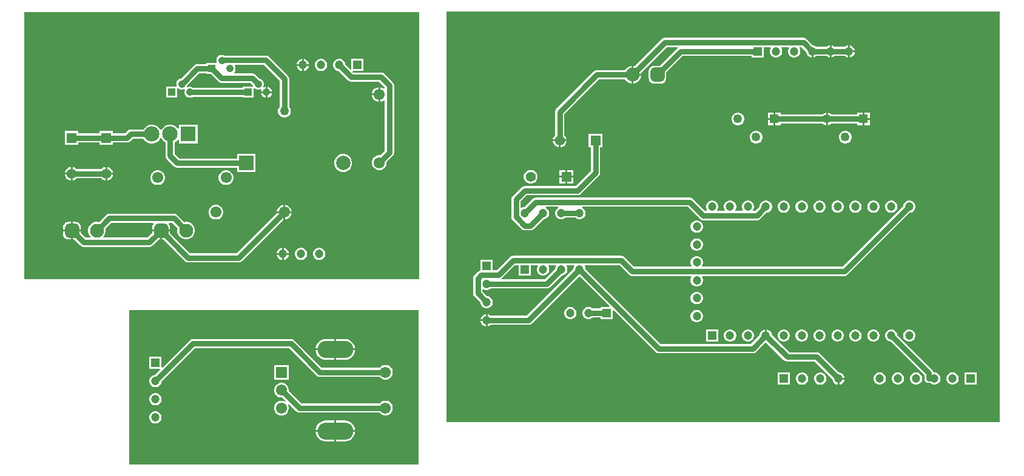
<source format=gbl>
G04*
G04 #@! TF.GenerationSoftware,Altium Limited,Altium Designer,24.4.1 (13)*
G04*
G04 Layer_Physical_Order=2*
G04 Layer_Color=16711680*
%FSLAX44Y44*%
%MOMM*%
G71*
G04*
G04 #@! TF.SameCoordinates,D16DE8F3-FD65-4EAC-9AAE-F1089B62832C*
G04*
G04*
G04 #@! TF.FilePolarity,Positive*
G04*
G01*
G75*
%ADD12C,0.7620*%
%ADD14C,1.2000*%
%ADD15R,1.2000X1.2000*%
%ADD16R,1.2000X1.2000*%
%ADD17C,1.9500*%
G04:AMPARAMS|DCode=18|XSize=1.95mm|YSize=1.95mm|CornerRadius=0.4875mm|HoleSize=0mm|Usage=FLASHONLY|Rotation=180.000|XOffset=0mm|YOffset=0mm|HoleType=Round|Shape=RoundedRectangle|*
%AMROUNDEDRECTD18*
21,1,1.9500,0.9750,0,0,180.0*
21,1,0.9750,1.9500,0,0,180.0*
1,1,0.9750,-0.4875,0.4875*
1,1,0.9750,0.4875,0.4875*
1,1,0.9750,0.4875,-0.4875*
1,1,0.9750,-0.4875,-0.4875*
%
%ADD18ROUNDEDRECTD18*%
%ADD19C,1.2500*%
%ADD20R,1.2500X1.2500*%
%ADD21R,1.4000X1.4000*%
%ADD22C,1.4000*%
%ADD23C,1.5500*%
%ADD24R,1.0500X1.0500*%
%ADD25C,1.0500*%
%ADD26C,2.1500*%
%ADD27R,2.1500X2.1500*%
%ADD28R,1.4000X1.4000*%
%ADD29C,2.0000*%
%ADD30R,2.0000X2.0000*%
%ADD31C,1.2700*%
%ADD32R,1.5500X1.5500*%
G04:AMPARAMS|DCode=33|XSize=2.4mm|YSize=5mm|CornerRadius=1.2mm|HoleSize=0mm|Usage=FLASHONLY|Rotation=270.000|XOffset=0mm|YOffset=0mm|HoleType=Round|Shape=RoundedRectangle|*
%AMROUNDEDRECTD33*
21,1,2.4000,2.6000,0,0,270.0*
21,1,0.0000,5.0000,0,0,270.0*
1,1,2.4000,-1.3000,0.0000*
1,1,2.4000,-1.3000,0.0000*
1,1,2.4000,1.3000,0.0000*
1,1,2.4000,1.3000,0.0000*
%
%ADD33ROUNDEDRECTD33*%
G36*
X967740Y895350D02*
X416560D01*
Y1268730D01*
X967740D01*
Y895350D01*
D02*
G37*
G36*
X1778000Y695960D02*
X1005840D01*
Y1270000D01*
X1778000D01*
Y695960D01*
D02*
G37*
G36*
X966470Y636270D02*
X562610D01*
Y852170D01*
X966470D01*
Y636270D01*
D02*
G37*
%LPC*%
G36*
X806450Y1203571D02*
Y1196340D01*
X813681D01*
X813138Y1198366D01*
X812014Y1200314D01*
X810424Y1201904D01*
X808476Y1203028D01*
X806450Y1203571D01*
D02*
G37*
G36*
X803910D02*
X801884Y1203028D01*
X799936Y1201904D01*
X798346Y1200314D01*
X797222Y1198366D01*
X796679Y1196340D01*
X803910D01*
Y1203571D01*
D02*
G37*
G36*
X889920Y1203610D02*
X872840D01*
Y1189025D01*
X871667Y1188540D01*
X864520Y1195686D01*
Y1196194D01*
X863938Y1198366D01*
X862814Y1200314D01*
X861224Y1201904D01*
X859276Y1203028D01*
X857104Y1203610D01*
X854856D01*
X852684Y1203028D01*
X850736Y1201904D01*
X849146Y1200314D01*
X848022Y1198366D01*
X847440Y1196194D01*
Y1193946D01*
X848022Y1191774D01*
X849146Y1189826D01*
X850736Y1188236D01*
X852684Y1187112D01*
X854856Y1186530D01*
X855364D01*
X868420Y1173474D01*
X870520Y1172070D01*
X872998Y1171578D01*
X911718D01*
X919610Y1163686D01*
Y1162332D01*
X918436Y1161846D01*
X918178Y1162104D01*
X915832Y1163459D01*
X913215Y1164160D01*
X913130D01*
Y1153870D01*
Y1143580D01*
X913215D01*
X915832Y1144281D01*
X918178Y1145636D01*
X918436Y1145894D01*
X919610Y1145408D01*
Y1075376D01*
X912994Y1068760D01*
X910505D01*
X907888Y1068059D01*
X905542Y1066704D01*
X903626Y1064788D01*
X902271Y1062442D01*
X901570Y1059825D01*
Y1057115D01*
X902271Y1054498D01*
X903626Y1052152D01*
X905542Y1050236D01*
X907888Y1048881D01*
X910505Y1048180D01*
X913215D01*
X915832Y1048881D01*
X918178Y1050236D01*
X920094Y1052152D01*
X921449Y1054498D01*
X922150Y1057115D01*
Y1059604D01*
X930662Y1068116D01*
X932066Y1070216D01*
X932558Y1072694D01*
Y1166368D01*
X932066Y1168846D01*
X930662Y1170946D01*
X918978Y1182630D01*
X916878Y1184034D01*
X914400Y1184526D01*
X875680D01*
X874849Y1185357D01*
X875335Y1186530D01*
X889920D01*
Y1203610D01*
D02*
G37*
G36*
X813681Y1193800D02*
X806450D01*
Y1186569D01*
X808476Y1187112D01*
X810424Y1188236D01*
X812014Y1189826D01*
X813138Y1191774D01*
X813681Y1193800D01*
D02*
G37*
G36*
X803910D02*
X796679D01*
X797222Y1191774D01*
X798346Y1189826D01*
X799936Y1188236D01*
X801884Y1187112D01*
X803910Y1186569D01*
Y1193800D01*
D02*
G37*
G36*
X831704Y1203610D02*
X829456D01*
X827284Y1203028D01*
X825336Y1201904D01*
X823746Y1200314D01*
X822622Y1198366D01*
X822040Y1196194D01*
Y1193946D01*
X822622Y1191774D01*
X823746Y1189826D01*
X825336Y1188236D01*
X827284Y1187112D01*
X829456Y1186530D01*
X831704D01*
X833876Y1187112D01*
X835824Y1188236D01*
X837414Y1189826D01*
X838538Y1191774D01*
X839120Y1193946D01*
Y1196194D01*
X838538Y1198366D01*
X837414Y1200314D01*
X835824Y1201904D01*
X833876Y1203028D01*
X831704Y1203610D01*
D02*
G37*
G36*
X755650Y1164695D02*
Y1158240D01*
X762104D01*
X761639Y1159977D01*
X760613Y1161753D01*
X759163Y1163204D01*
X757387Y1164229D01*
X755650Y1164695D01*
D02*
G37*
G36*
X910590Y1164160D02*
X910505D01*
X907888Y1163459D01*
X905542Y1162104D01*
X903626Y1160188D01*
X902271Y1157842D01*
X901570Y1155225D01*
Y1155140D01*
X910590D01*
Y1164160D01*
D02*
G37*
G36*
X762104Y1155700D02*
X755650D01*
Y1149246D01*
X757387Y1149711D01*
X759163Y1150736D01*
X760613Y1152187D01*
X761639Y1153963D01*
X762104Y1155700D01*
D02*
G37*
G36*
X753110D02*
X746656D01*
X747121Y1153963D01*
X748147Y1152187D01*
X749597Y1150736D01*
X751373Y1149711D01*
X753110Y1149246D01*
Y1155700D01*
D02*
G37*
G36*
X910590Y1152600D02*
X901570D01*
Y1152515D01*
X902271Y1149898D01*
X903626Y1147552D01*
X905542Y1145636D01*
X907888Y1144281D01*
X910505Y1143580D01*
X910590D01*
Y1152600D01*
D02*
G37*
G36*
X693176Y1209210D02*
X691124D01*
X689143Y1208679D01*
X687367Y1207654D01*
X685917Y1206203D01*
X684891Y1204427D01*
X684360Y1202446D01*
Y1200394D01*
X684720Y1199050D01*
X683898Y1197780D01*
X670390D01*
Y1196464D01*
X657860D01*
X655382Y1195972D01*
X653282Y1194568D01*
X634779Y1176065D01*
X633263Y1175659D01*
X631487Y1174633D01*
X630037Y1173183D01*
X629011Y1171407D01*
X628480Y1169426D01*
Y1167374D01*
X628840Y1166030D01*
X628018Y1164760D01*
X614510D01*
Y1149180D01*
X630090D01*
Y1161904D01*
X631263Y1162390D01*
X631487Y1162167D01*
X633263Y1161141D01*
X635244Y1160610D01*
X637296D01*
X639277Y1161141D01*
X639831Y1161461D01*
X640761Y1160531D01*
X640441Y1159977D01*
X639910Y1157996D01*
Y1155944D01*
X640441Y1153963D01*
X641467Y1152187D01*
X642917Y1150736D01*
X644693Y1149711D01*
X646674Y1149180D01*
X648726D01*
X650707Y1149711D01*
X652066Y1150496D01*
X721190D01*
Y1149180D01*
X736770D01*
Y1161904D01*
X737943Y1162390D01*
X738167Y1162167D01*
X739943Y1161141D01*
X741924Y1160610D01*
X743976D01*
X745957Y1161141D01*
X746511Y1161461D01*
X747441Y1160531D01*
X747121Y1159977D01*
X746656Y1158240D01*
X753110D01*
Y1164695D01*
X751373Y1164229D01*
X750819Y1163909D01*
X749889Y1164839D01*
X750209Y1165393D01*
X750740Y1167374D01*
Y1169426D01*
X750209Y1171407D01*
X749184Y1173183D01*
X747733Y1174633D01*
X745957Y1175659D01*
X744441Y1176065D01*
X739146Y1181360D01*
X737046Y1182764D01*
X734568Y1183256D01*
X709659D01*
X709133Y1184526D01*
X709814Y1185207D01*
X710839Y1186983D01*
X711370Y1188964D01*
Y1191016D01*
X710839Y1192997D01*
X710301Y1193930D01*
X711034Y1195200D01*
X750936D01*
X773052Y1173084D01*
Y1136652D01*
X772412Y1136013D01*
X771242Y1133985D01*
X770636Y1131724D01*
Y1129384D01*
X771242Y1127123D01*
X772412Y1125095D01*
X774067Y1123440D01*
X776095Y1122270D01*
X778356Y1121664D01*
X780696D01*
X782957Y1122270D01*
X784985Y1123440D01*
X786640Y1125095D01*
X787810Y1127123D01*
X788416Y1129384D01*
Y1131724D01*
X787810Y1133985D01*
X786640Y1136013D01*
X786000Y1136652D01*
Y1175766D01*
X785508Y1178244D01*
X784104Y1180344D01*
X758196Y1206252D01*
X756096Y1207656D01*
X753618Y1208148D01*
X696076D01*
X695157Y1208679D01*
X693176Y1209210D01*
D02*
G37*
G36*
X658450Y1111840D02*
X631870D01*
Y1106608D01*
X630643Y1106280D01*
X630395Y1106710D01*
X627920Y1109185D01*
X624890Y1110934D01*
X621510Y1111840D01*
X618010D01*
X614630Y1110934D01*
X611600Y1109185D01*
X609125Y1106710D01*
X607793Y1104403D01*
X606327D01*
X604995Y1106710D01*
X602520Y1109185D01*
X599490Y1110934D01*
X596110Y1111840D01*
X592610D01*
X589230Y1110934D01*
X586200Y1109185D01*
X583725Y1106710D01*
X582752Y1105024D01*
X565296D01*
X562818Y1104532D01*
X560718Y1103128D01*
X557134Y1099545D01*
X540400D01*
Y1102610D01*
X521320D01*
Y1099545D01*
X492140D01*
Y1102610D01*
X473060D01*
Y1083530D01*
X492140D01*
Y1086596D01*
X521320D01*
Y1083530D01*
X540400D01*
Y1086596D01*
X559816D01*
X562294Y1087089D01*
X564394Y1088492D01*
X567978Y1092076D01*
X582752D01*
X583725Y1090390D01*
X586200Y1087915D01*
X589230Y1086166D01*
X592610Y1085260D01*
X596110D01*
X599490Y1086166D01*
X602520Y1087915D01*
X604995Y1090390D01*
X606327Y1092697D01*
X607793D01*
X609125Y1090390D01*
X611600Y1087915D01*
X613286Y1086942D01*
Y1068070D01*
X613778Y1065592D01*
X615182Y1063492D01*
X625342Y1053332D01*
X627442Y1051928D01*
X629920Y1051436D01*
X713900D01*
Y1045370D01*
X738980D01*
Y1070450D01*
X713900D01*
Y1064384D01*
X632602D01*
X626234Y1070752D01*
Y1086942D01*
X627920Y1087915D01*
X630395Y1090390D01*
X630643Y1090820D01*
X631870Y1090492D01*
Y1085260D01*
X658450D01*
Y1111840D01*
D02*
G37*
G36*
X863091Y1070450D02*
X859789D01*
X856600Y1069595D01*
X853740Y1067944D01*
X851405Y1065610D01*
X849755Y1062750D01*
X848900Y1059561D01*
Y1056259D01*
X849755Y1053070D01*
X851405Y1050210D01*
X853740Y1047876D01*
X856600Y1046225D01*
X859789Y1045370D01*
X863091D01*
X866280Y1046225D01*
X869140Y1047876D01*
X871475Y1050210D01*
X873125Y1053070D01*
X873980Y1056259D01*
Y1059561D01*
X873125Y1062750D01*
X871475Y1065610D01*
X869140Y1067944D01*
X866280Y1069595D01*
X863091Y1070450D01*
D02*
G37*
G36*
X532130Y1052606D02*
Y1044340D01*
X540396D01*
X539750Y1046752D01*
X538494Y1048928D01*
X536718Y1050704D01*
X534542Y1051960D01*
X532130Y1052606D01*
D02*
G37*
G36*
X481330D02*
X478918Y1051960D01*
X476742Y1050704D01*
X474966Y1048928D01*
X473710Y1046752D01*
X473064Y1044340D01*
X481330D01*
Y1052606D01*
D02*
G37*
G36*
X540396Y1041800D02*
X532130D01*
Y1033534D01*
X534542Y1034180D01*
X536718Y1035436D01*
X538494Y1037212D01*
X539750Y1039388D01*
X540396Y1041800D01*
D02*
G37*
G36*
X483870Y1052606D02*
Y1043070D01*
Y1033534D01*
X486282Y1034180D01*
X488458Y1035436D01*
X489617Y1036595D01*
X523843D01*
X525002Y1035436D01*
X527178Y1034180D01*
X529590Y1033534D01*
Y1043070D01*
Y1052606D01*
X527178Y1051960D01*
X525002Y1050704D01*
X523843Y1049544D01*
X489617D01*
X488458Y1050704D01*
X486282Y1051960D01*
X483870Y1052606D01*
D02*
G37*
G36*
X481330Y1041800D02*
X473064D01*
X473710Y1039388D01*
X474966Y1037212D01*
X476742Y1035436D01*
X478918Y1034180D01*
X481330Y1033534D01*
Y1041800D01*
D02*
G37*
G36*
X699295Y1047880D02*
X696585D01*
X693968Y1047179D01*
X691622Y1045824D01*
X689706Y1043908D01*
X688351Y1041562D01*
X687650Y1038945D01*
Y1036235D01*
X688351Y1033618D01*
X689706Y1031272D01*
X691622Y1029356D01*
X693968Y1028001D01*
X696585Y1027300D01*
X699295D01*
X701912Y1028001D01*
X704258Y1029356D01*
X706174Y1031272D01*
X707529Y1033618D01*
X708230Y1036235D01*
Y1038945D01*
X707529Y1041562D01*
X706174Y1043908D01*
X704258Y1045824D01*
X701912Y1047179D01*
X699295Y1047880D01*
D02*
G37*
G36*
X603895D02*
X601185D01*
X598568Y1047179D01*
X596222Y1045824D01*
X594306Y1043908D01*
X592951Y1041562D01*
X592250Y1038945D01*
Y1036235D01*
X592951Y1033618D01*
X594306Y1031272D01*
X596222Y1029356D01*
X598568Y1028001D01*
X601185Y1027300D01*
X603895D01*
X606512Y1028001D01*
X608858Y1029356D01*
X610774Y1031272D01*
X612129Y1033618D01*
X612830Y1036235D01*
Y1038945D01*
X612129Y1041562D01*
X610774Y1043908D01*
X608858Y1045824D01*
X606512Y1047179D01*
X603895Y1047880D01*
D02*
G37*
G36*
X780575Y999620D02*
X780490D01*
Y990600D01*
X789510D01*
Y990685D01*
X788809Y993302D01*
X787454Y995648D01*
X785538Y997564D01*
X783192Y998919D01*
X780575Y999620D01*
D02*
G37*
G36*
X777950D02*
X777866D01*
X775248Y998919D01*
X772902Y997564D01*
X770986Y995648D01*
X769631Y993302D01*
X768930Y990685D01*
Y990600D01*
X777950D01*
Y999620D01*
D02*
G37*
G36*
X789510Y988060D02*
X780490D01*
Y979040D01*
X780575D01*
X783192Y979741D01*
X785538Y981096D01*
X787454Y983012D01*
X788809Y985358D01*
X789510Y987975D01*
Y988060D01*
D02*
G37*
G36*
X685174Y999620D02*
X682465D01*
X679848Y998919D01*
X677502Y997564D01*
X675586Y995648D01*
X674231Y993302D01*
X673530Y990685D01*
Y987975D01*
X674231Y985358D01*
X675586Y983012D01*
X677502Y981096D01*
X679848Y979741D01*
X682465Y979040D01*
X685174D01*
X687792Y979741D01*
X690138Y981096D01*
X692054Y983012D01*
X693409Y985358D01*
X694110Y987975D01*
Y990685D01*
X693409Y993302D01*
X692054Y995648D01*
X690138Y997564D01*
X687792Y998919D01*
X685174Y999620D01*
D02*
G37*
G36*
X625116Y987168D02*
X535104D01*
X532626Y986676D01*
X530526Y985272D01*
X520694Y975440D01*
X519498Y975760D01*
X516262D01*
X513136Y974923D01*
X510334Y973305D01*
X508046Y971016D01*
X506428Y968214D01*
X505590Y965088D01*
Y961852D01*
X506428Y958727D01*
X508046Y955924D01*
X509156Y954814D01*
X508670Y953640D01*
X501866D01*
X495234Y960273D01*
Y962200D01*
X484150D01*
Y951116D01*
X486078D01*
X494606Y942588D01*
X496707Y941184D01*
X499184Y940692D01*
X591036D01*
X593513Y941184D01*
X595614Y942588D01*
X604142Y951116D01*
X606070D01*
Y962200D01*
X594986D01*
Y960273D01*
X588354Y953640D01*
X527090D01*
X526604Y954814D01*
X527715Y955924D01*
X529333Y958727D01*
X530170Y961852D01*
Y965088D01*
X529850Y966284D01*
X537786Y974220D01*
X596025D01*
X596651Y972950D01*
X595988Y972085D01*
X595241Y970281D01*
X594986Y968345D01*
Y964740D01*
X619694D01*
Y968345D01*
X619439Y970281D01*
X618692Y972085D01*
X618028Y972950D01*
X618655Y974220D01*
X622435D01*
X630370Y966284D01*
X630050Y965088D01*
Y961852D01*
X630888Y958727D01*
X632506Y955924D01*
X634794Y953636D01*
X637596Y952018D01*
X640722Y951180D01*
X643958D01*
X647084Y952018D01*
X649886Y953636D01*
X652175Y955924D01*
X653792Y958727D01*
X654630Y961852D01*
Y965088D01*
X653792Y968214D01*
X652175Y971016D01*
X649886Y973305D01*
X647084Y974923D01*
X643958Y975760D01*
X640722D01*
X639527Y975440D01*
X629694Y985272D01*
X627594Y986676D01*
X625116Y987168D01*
D02*
G37*
G36*
X487755Y975824D02*
X484150D01*
Y964740D01*
X495234D01*
Y968345D01*
X494979Y970281D01*
X494232Y972085D01*
X493043Y973634D01*
X491494Y974822D01*
X489691Y975569D01*
X487755Y975824D01*
D02*
G37*
G36*
X481610D02*
X478005D01*
X476069Y975569D01*
X474265Y974822D01*
X472716Y973634D01*
X471528Y972085D01*
X470781Y970281D01*
X470526Y968345D01*
Y964740D01*
X481610D01*
Y975824D01*
D02*
G37*
G36*
Y962200D02*
X470526D01*
Y958595D01*
X470781Y956660D01*
X471528Y954856D01*
X472716Y953307D01*
X474265Y952118D01*
X476069Y951371D01*
X478005Y951116D01*
X481610D01*
Y962200D01*
D02*
G37*
G36*
X778510Y939411D02*
Y932180D01*
X785741D01*
X785198Y934206D01*
X784074Y936154D01*
X782484Y937744D01*
X780536Y938868D01*
X778510Y939411D01*
D02*
G37*
G36*
X775970D02*
X773944Y938868D01*
X771996Y937744D01*
X770406Y936154D01*
X769282Y934206D01*
X768739Y932180D01*
X775970D01*
Y939411D01*
D02*
G37*
G36*
X777950Y988060D02*
X768794D01*
X712784Y932050D01*
X647916D01*
X619694Y960273D01*
Y962200D01*
X608610D01*
Y951116D01*
X610538D01*
X640656Y920998D01*
X642757Y919594D01*
X645234Y919102D01*
X715466D01*
X717944Y919594D01*
X720044Y920998D01*
X777950Y978904D01*
Y988060D01*
D02*
G37*
G36*
X785741Y929640D02*
X778510D01*
Y922409D01*
X780536Y922952D01*
X782484Y924076D01*
X784074Y925666D01*
X785198Y927614D01*
X785741Y929640D01*
D02*
G37*
G36*
X775970D02*
X768739D01*
X769282Y927614D01*
X770406Y925666D01*
X771996Y924076D01*
X773944Y922952D01*
X775970Y922409D01*
Y929640D01*
D02*
G37*
G36*
X829164Y939450D02*
X826916D01*
X824744Y938868D01*
X822796Y937744D01*
X821206Y936154D01*
X820082Y934206D01*
X819500Y932034D01*
Y929786D01*
X820082Y927614D01*
X821206Y925666D01*
X822796Y924076D01*
X824744Y922952D01*
X826916Y922370D01*
X829164D01*
X831336Y922952D01*
X833284Y924076D01*
X834874Y925666D01*
X835998Y927614D01*
X836580Y929786D01*
Y932034D01*
X835998Y934206D01*
X834874Y936154D01*
X833284Y937744D01*
X831336Y938868D01*
X829164Y939450D01*
D02*
G37*
G36*
X803764D02*
X801516D01*
X799344Y938868D01*
X797396Y937744D01*
X795806Y936154D01*
X794682Y934206D01*
X794100Y932034D01*
Y929786D01*
X794682Y927614D01*
X795806Y925666D01*
X797396Y924076D01*
X799344Y922952D01*
X801516Y922370D01*
X803764D01*
X805936Y922952D01*
X807884Y924076D01*
X809474Y925666D01*
X810598Y927614D01*
X811180Y929786D01*
Y932034D01*
X810598Y934206D01*
X809474Y936154D01*
X807884Y937744D01*
X805936Y938868D01*
X803764Y939450D01*
D02*
G37*
%LPD*%
G36*
X670390Y1182200D02*
X676814D01*
X686810Y1172204D01*
X688910Y1170800D01*
X691388Y1170308D01*
X731886D01*
X735285Y1166909D01*
X735520Y1166030D01*
X734698Y1164760D01*
X721190D01*
Y1163444D01*
X652066D01*
X650707Y1164229D01*
X648726Y1164760D01*
X646674D01*
X644693Y1164229D01*
X644139Y1163909D01*
X643209Y1164839D01*
X643529Y1165393D01*
X643935Y1166909D01*
X660542Y1183516D01*
X670390D01*
Y1182200D01*
D02*
G37*
%LPC*%
G36*
X1565910Y1222621D02*
X1563884Y1222078D01*
X1561936Y1220954D01*
X1561577Y1220594D01*
X1547383D01*
X1547024Y1220954D01*
X1545076Y1222078D01*
X1543050Y1222621D01*
Y1214120D01*
Y1205619D01*
X1545076Y1206162D01*
X1547024Y1207286D01*
X1547383Y1207646D01*
X1561577D01*
X1561936Y1207286D01*
X1563884Y1206162D01*
X1565910Y1205619D01*
Y1214120D01*
Y1222621D01*
D02*
G37*
G36*
X1568450D02*
Y1215390D01*
X1575681D01*
X1575138Y1217416D01*
X1574014Y1219364D01*
X1572424Y1220954D01*
X1570476Y1222078D01*
X1568450Y1222621D01*
D02*
G37*
G36*
X1575681Y1212850D02*
X1568450D01*
Y1205619D01*
X1570476Y1206162D01*
X1572424Y1207286D01*
X1574014Y1208876D01*
X1575138Y1210824D01*
X1575681Y1212850D01*
D02*
G37*
G36*
X1503934Y1233040D02*
X1310206D01*
X1307728Y1232548D01*
X1305628Y1231144D01*
X1268013Y1193530D01*
X1266818Y1193850D01*
X1266470D01*
Y1182830D01*
X1277490D01*
Y1183178D01*
X1277170Y1184374D01*
X1312887Y1220092D01*
X1328080D01*
X1328448Y1218876D01*
X1328182Y1218698D01*
X1303398Y1193914D01*
X1295325D01*
X1293389Y1193659D01*
X1291586Y1192912D01*
X1290037Y1191724D01*
X1288848Y1190175D01*
X1288101Y1188371D01*
X1287846Y1186435D01*
Y1176685D01*
X1288101Y1174750D01*
X1288848Y1172946D01*
X1290037Y1171397D01*
X1291586Y1170208D01*
X1293389Y1169461D01*
X1295325Y1169206D01*
X1305075D01*
X1307011Y1169461D01*
X1308815Y1170208D01*
X1310363Y1171397D01*
X1311552Y1172946D01*
X1312299Y1174750D01*
X1312554Y1176685D01*
Y1184758D01*
X1335442Y1207646D01*
X1431640D01*
Y1205580D01*
X1448720D01*
Y1220092D01*
X1457767D01*
X1458433Y1218822D01*
X1457622Y1217416D01*
X1457040Y1215244D01*
Y1212996D01*
X1457622Y1210824D01*
X1458746Y1208876D01*
X1460336Y1207286D01*
X1462284Y1206162D01*
X1464456Y1205580D01*
X1466704D01*
X1468876Y1206162D01*
X1470824Y1207286D01*
X1472414Y1208876D01*
X1473538Y1210824D01*
X1474120Y1212996D01*
Y1215244D01*
X1473538Y1217416D01*
X1472727Y1218822D01*
X1473392Y1220092D01*
X1483168D01*
X1483833Y1218822D01*
X1483022Y1217416D01*
X1482440Y1215244D01*
Y1212996D01*
X1483022Y1210824D01*
X1484146Y1208876D01*
X1485736Y1207286D01*
X1487684Y1206162D01*
X1489856Y1205580D01*
X1492104D01*
X1494276Y1206162D01*
X1496224Y1207286D01*
X1497814Y1208876D01*
X1498938Y1210824D01*
X1499520Y1212996D01*
Y1215244D01*
X1498938Y1217416D01*
X1498127Y1218822D01*
X1498793Y1220092D01*
X1501252D01*
X1507840Y1213504D01*
Y1212996D01*
X1508422Y1210824D01*
X1509546Y1208876D01*
X1511136Y1207286D01*
X1513084Y1206162D01*
X1515110Y1205619D01*
Y1214120D01*
X1517650D01*
Y1205619D01*
X1519676Y1206162D01*
X1521624Y1207286D01*
X1521983Y1207646D01*
X1536177D01*
X1536536Y1207286D01*
X1538484Y1206162D01*
X1540510Y1205619D01*
Y1214120D01*
Y1222621D01*
X1538484Y1222078D01*
X1536536Y1220954D01*
X1536177Y1220594D01*
X1521983D01*
X1521624Y1220954D01*
X1519676Y1222078D01*
X1517504Y1222660D01*
X1516996D01*
X1508512Y1231144D01*
X1506412Y1232548D01*
X1503934Y1233040D01*
D02*
G37*
G36*
X1277490Y1180290D02*
X1266470D01*
Y1169270D01*
X1266818D01*
X1269944Y1170108D01*
X1272746Y1171726D01*
X1275034Y1174014D01*
X1276652Y1176816D01*
X1277490Y1179942D01*
Y1180290D01*
D02*
G37*
G36*
X1263930Y1193850D02*
X1263582D01*
X1260456Y1193013D01*
X1257654Y1191395D01*
X1255366Y1189107D01*
X1254747Y1188035D01*
X1215692D01*
X1213214Y1187542D01*
X1211114Y1186138D01*
X1159142Y1134166D01*
X1157738Y1132066D01*
X1157245Y1129588D01*
Y1096677D01*
X1156086Y1095518D01*
X1154830Y1093342D01*
X1154184Y1090930D01*
X1163720D01*
X1173256D01*
X1172610Y1093342D01*
X1171354Y1095518D01*
X1170194Y1096677D01*
Y1126907D01*
X1218373Y1175086D01*
X1254747D01*
X1255366Y1174014D01*
X1257654Y1171726D01*
X1260456Y1170108D01*
X1263582Y1169270D01*
X1263930D01*
Y1181560D01*
Y1193850D01*
D02*
G37*
G36*
X1586230Y1128580D02*
X1578710D01*
Y1126264D01*
X1542657D01*
X1542097Y1126824D01*
X1540093Y1127981D01*
X1537970Y1128550D01*
Y1119790D01*
Y1111030D01*
X1540093Y1111599D01*
X1542097Y1112756D01*
X1542657Y1113316D01*
X1578710D01*
Y1111000D01*
X1586230D01*
Y1119790D01*
Y1128580D01*
D02*
G37*
G36*
X1596290D02*
X1588770D01*
Y1121060D01*
X1596290D01*
Y1128580D01*
D02*
G37*
G36*
X1461770D02*
X1454250D01*
Y1121060D01*
X1461770D01*
Y1128580D01*
D02*
G37*
G36*
X1471830D02*
X1464310D01*
Y1119790D01*
Y1111000D01*
X1471830D01*
Y1113316D01*
X1530744D01*
X1531303Y1112756D01*
X1533307Y1111599D01*
X1535430Y1111030D01*
Y1119790D01*
Y1128550D01*
X1533307Y1127981D01*
X1531303Y1126824D01*
X1530744Y1126264D01*
X1471830D01*
Y1128580D01*
D02*
G37*
G36*
X1596290Y1118520D02*
X1588770D01*
Y1111000D01*
X1596290D01*
Y1118520D01*
D02*
G37*
G36*
X1461770D02*
X1454250D01*
Y1111000D01*
X1461770D01*
Y1118520D01*
D02*
G37*
G36*
X1413397Y1128580D02*
X1411083D01*
X1408847Y1127981D01*
X1406843Y1126824D01*
X1405206Y1125187D01*
X1404049Y1123183D01*
X1403450Y1120947D01*
Y1118633D01*
X1404049Y1116397D01*
X1405206Y1114393D01*
X1406843Y1112756D01*
X1408847Y1111599D01*
X1411083Y1111000D01*
X1413397D01*
X1415633Y1111599D01*
X1417637Y1112756D01*
X1419274Y1114393D01*
X1420431Y1116397D01*
X1421030Y1118633D01*
Y1120947D01*
X1420431Y1123183D01*
X1419274Y1125187D01*
X1417637Y1126824D01*
X1415633Y1127981D01*
X1413397Y1128580D01*
D02*
G37*
G36*
X1563257Y1103180D02*
X1560943D01*
X1558707Y1102581D01*
X1556703Y1101424D01*
X1555066Y1099787D01*
X1553909Y1097783D01*
X1553310Y1095547D01*
Y1093233D01*
X1553909Y1090997D01*
X1555066Y1088993D01*
X1556703Y1087356D01*
X1558707Y1086199D01*
X1560943Y1085600D01*
X1563257D01*
X1565493Y1086199D01*
X1567497Y1087356D01*
X1569134Y1088993D01*
X1570291Y1090997D01*
X1570890Y1093233D01*
Y1095547D01*
X1570291Y1097783D01*
X1569134Y1099787D01*
X1567497Y1101424D01*
X1565493Y1102581D01*
X1563257Y1103180D01*
D02*
G37*
G36*
X1438797D02*
X1436483D01*
X1434247Y1102581D01*
X1432243Y1101424D01*
X1430606Y1099787D01*
X1429449Y1097783D01*
X1428850Y1095547D01*
Y1093233D01*
X1429449Y1090997D01*
X1430606Y1088993D01*
X1432243Y1087356D01*
X1434247Y1086199D01*
X1436483Y1085600D01*
X1438797D01*
X1441033Y1086199D01*
X1443037Y1087356D01*
X1444674Y1088993D01*
X1445831Y1090997D01*
X1446430Y1093233D01*
Y1095547D01*
X1445831Y1097783D01*
X1444674Y1099787D01*
X1443037Y1101424D01*
X1441033Y1102581D01*
X1438797Y1103180D01*
D02*
G37*
G36*
X1173256Y1088390D02*
X1164990D01*
Y1080124D01*
X1167402Y1080770D01*
X1169577Y1082026D01*
X1171354Y1083802D01*
X1172610Y1085978D01*
X1173256Y1088390D01*
D02*
G37*
G36*
X1162450D02*
X1154184D01*
X1154830Y1085978D01*
X1156086Y1083802D01*
X1157862Y1082026D01*
X1160038Y1080770D01*
X1162450Y1080124D01*
Y1088390D01*
D02*
G37*
G36*
X1182620Y1048400D02*
X1174350D01*
Y1040130D01*
X1182620D01*
Y1048400D01*
D02*
G37*
G36*
X1171810D02*
X1163540D01*
Y1040130D01*
X1171810D01*
Y1048400D01*
D02*
G37*
G36*
X1182620Y1037590D02*
X1174350D01*
Y1029320D01*
X1182620D01*
Y1037590D01*
D02*
G37*
G36*
X1171810D02*
X1163540D01*
Y1029320D01*
X1171810D01*
Y1037590D01*
D02*
G37*
G36*
X1124336Y1048400D02*
X1121824D01*
X1119398Y1047750D01*
X1117222Y1046494D01*
X1115446Y1044718D01*
X1114190Y1042542D01*
X1113540Y1040116D01*
Y1037604D01*
X1114190Y1035178D01*
X1115446Y1033002D01*
X1117222Y1031226D01*
X1119398Y1029970D01*
X1121824Y1029320D01*
X1124336D01*
X1126762Y1029970D01*
X1128938Y1031226D01*
X1130714Y1033002D01*
X1131970Y1035178D01*
X1132620Y1037604D01*
Y1040116D01*
X1131970Y1042542D01*
X1130714Y1044718D01*
X1128938Y1046494D01*
X1126762Y1047750D01*
X1124336Y1048400D01*
D02*
G37*
G36*
X1627550Y1005404D02*
X1625302D01*
X1623130Y1004822D01*
X1621182Y1003698D01*
X1619592Y1002108D01*
X1618468Y1000160D01*
X1617886Y997988D01*
Y995740D01*
X1618468Y993568D01*
X1619592Y991620D01*
X1621182Y990030D01*
X1623130Y988906D01*
X1625302Y988324D01*
X1627550D01*
X1629722Y988906D01*
X1631670Y990030D01*
X1633260Y991620D01*
X1634384Y993568D01*
X1634966Y995740D01*
Y997988D01*
X1634384Y1000160D01*
X1633260Y1002108D01*
X1631670Y1003698D01*
X1629722Y1004822D01*
X1627550Y1005404D01*
D02*
G37*
G36*
X1602550D02*
X1600302D01*
X1598130Y1004822D01*
X1596182Y1003698D01*
X1594592Y1002108D01*
X1593468Y1000160D01*
X1592886Y997988D01*
Y995740D01*
X1593468Y993568D01*
X1594592Y991620D01*
X1596182Y990030D01*
X1598130Y988906D01*
X1600302Y988324D01*
X1602550D01*
X1604722Y988906D01*
X1606670Y990030D01*
X1608260Y991620D01*
X1609384Y993568D01*
X1609966Y995740D01*
Y997988D01*
X1609384Y1000160D01*
X1608260Y1002108D01*
X1606670Y1003698D01*
X1604722Y1004822D01*
X1602550Y1005404D01*
D02*
G37*
G36*
X1577550D02*
X1575302D01*
X1573130Y1004822D01*
X1571182Y1003698D01*
X1569592Y1002108D01*
X1568468Y1000160D01*
X1567886Y997988D01*
Y995740D01*
X1568468Y993568D01*
X1569592Y991620D01*
X1571182Y990030D01*
X1573130Y988906D01*
X1575302Y988324D01*
X1577550D01*
X1579722Y988906D01*
X1581670Y990030D01*
X1583260Y991620D01*
X1584384Y993568D01*
X1584966Y995740D01*
Y997988D01*
X1584384Y1000160D01*
X1583260Y1002108D01*
X1581670Y1003698D01*
X1579722Y1004822D01*
X1577550Y1005404D01*
D02*
G37*
G36*
X1552550D02*
X1550302D01*
X1548130Y1004822D01*
X1546182Y1003698D01*
X1544592Y1002108D01*
X1543468Y1000160D01*
X1542886Y997988D01*
Y995740D01*
X1543468Y993568D01*
X1544592Y991620D01*
X1546182Y990030D01*
X1548130Y988906D01*
X1550302Y988324D01*
X1552550D01*
X1554722Y988906D01*
X1556670Y990030D01*
X1558260Y991620D01*
X1559384Y993568D01*
X1559966Y995740D01*
Y997988D01*
X1559384Y1000160D01*
X1558260Y1002108D01*
X1556670Y1003698D01*
X1554722Y1004822D01*
X1552550Y1005404D01*
D02*
G37*
G36*
X1527550D02*
X1525302D01*
X1523130Y1004822D01*
X1521182Y1003698D01*
X1519592Y1002108D01*
X1518468Y1000160D01*
X1517886Y997988D01*
Y995740D01*
X1518468Y993568D01*
X1519592Y991620D01*
X1521182Y990030D01*
X1523130Y988906D01*
X1525302Y988324D01*
X1527550D01*
X1529722Y988906D01*
X1531670Y990030D01*
X1533260Y991620D01*
X1534384Y993568D01*
X1534966Y995740D01*
Y997988D01*
X1534384Y1000160D01*
X1533260Y1002108D01*
X1531670Y1003698D01*
X1529722Y1004822D01*
X1527550Y1005404D01*
D02*
G37*
G36*
X1502550D02*
X1500302D01*
X1498130Y1004822D01*
X1496182Y1003698D01*
X1494592Y1002108D01*
X1493468Y1000160D01*
X1492886Y997988D01*
Y995740D01*
X1493468Y993568D01*
X1494592Y991620D01*
X1496182Y990030D01*
X1498130Y988906D01*
X1500302Y988324D01*
X1502550D01*
X1504722Y988906D01*
X1506670Y990030D01*
X1508260Y991620D01*
X1509384Y993568D01*
X1509966Y995740D01*
Y997988D01*
X1509384Y1000160D01*
X1508260Y1002108D01*
X1506670Y1003698D01*
X1504722Y1004822D01*
X1502550Y1005404D01*
D02*
G37*
G36*
X1477550D02*
X1475302D01*
X1473130Y1004822D01*
X1471182Y1003698D01*
X1469592Y1002108D01*
X1468468Y1000160D01*
X1467886Y997988D01*
Y995740D01*
X1468468Y993568D01*
X1469592Y991620D01*
X1471182Y990030D01*
X1473130Y988906D01*
X1475302Y988324D01*
X1477550D01*
X1479722Y988906D01*
X1481670Y990030D01*
X1483260Y991620D01*
X1484384Y993568D01*
X1484966Y995740D01*
Y997988D01*
X1484384Y1000160D01*
X1483260Y1002108D01*
X1481670Y1003698D01*
X1479722Y1004822D01*
X1477550Y1005404D01*
D02*
G37*
G36*
X1223260Y1099200D02*
X1204180D01*
Y1080120D01*
X1207246D01*
Y1047238D01*
X1186038Y1026030D01*
X1115060D01*
X1112582Y1025538D01*
X1110482Y1024134D01*
X1098036Y1011688D01*
X1096632Y1009588D01*
X1096140Y1007110D01*
Y982726D01*
X1096632Y980248D01*
X1098036Y978148D01*
X1110482Y965702D01*
X1112582Y964298D01*
X1115060Y963806D01*
X1122720D01*
X1125198Y964298D01*
X1127298Y965702D01*
X1141076Y979480D01*
X1141584D01*
X1143756Y980062D01*
X1145704Y981186D01*
X1147294Y982776D01*
X1148418Y984724D01*
X1149000Y986896D01*
Y989144D01*
X1148418Y991316D01*
X1147294Y993263D01*
X1145704Y994854D01*
X1144488Y995556D01*
X1144828Y996826D01*
X1161492D01*
X1161832Y995556D01*
X1160616Y994854D01*
X1159026Y993263D01*
X1157902Y991316D01*
X1157320Y989144D01*
Y986896D01*
X1157902Y984724D01*
X1159026Y982776D01*
X1160616Y981186D01*
X1162564Y980062D01*
X1164736Y979480D01*
X1166984D01*
X1169156Y980062D01*
X1171104Y981186D01*
X1171463Y981545D01*
X1185657D01*
X1186016Y981186D01*
X1187964Y980062D01*
X1190136Y979480D01*
X1192384D01*
X1194556Y980062D01*
X1196504Y981186D01*
X1198094Y982776D01*
X1199218Y984724D01*
X1199800Y986896D01*
Y989144D01*
X1199218Y991316D01*
X1198094Y993263D01*
X1196504Y994854D01*
X1195288Y995556D01*
X1195628Y996826D01*
X1342502D01*
X1359402Y979926D01*
X1361502Y978522D01*
X1363980Y978030D01*
X1439066D01*
X1441544Y978522D01*
X1443644Y979926D01*
X1452042Y988324D01*
X1452550D01*
X1454722Y988906D01*
X1456670Y990030D01*
X1458260Y991620D01*
X1459384Y993568D01*
X1459966Y995740D01*
Y997988D01*
X1459384Y1000160D01*
X1458260Y1002108D01*
X1456670Y1003698D01*
X1454722Y1004822D01*
X1452550Y1005404D01*
X1450302D01*
X1448130Y1004822D01*
X1446182Y1003698D01*
X1444592Y1002108D01*
X1443468Y1000160D01*
X1442886Y997988D01*
Y997480D01*
X1436384Y990978D01*
X1434350D01*
X1433622Y992248D01*
X1434384Y993568D01*
X1434966Y995740D01*
Y997988D01*
X1434384Y1000160D01*
X1433260Y1002108D01*
X1431670Y1003698D01*
X1429722Y1004822D01*
X1427550Y1005404D01*
X1425302D01*
X1423130Y1004822D01*
X1421182Y1003698D01*
X1419592Y1002108D01*
X1418468Y1000160D01*
X1417886Y997988D01*
Y995740D01*
X1418468Y993568D01*
X1419230Y992248D01*
X1418501Y990978D01*
X1409350D01*
X1408622Y992248D01*
X1409384Y993568D01*
X1409966Y995740D01*
Y997988D01*
X1409384Y1000160D01*
X1408260Y1002108D01*
X1406670Y1003698D01*
X1404722Y1004822D01*
X1402550Y1005404D01*
X1400302D01*
X1398130Y1004822D01*
X1396182Y1003698D01*
X1394592Y1002108D01*
X1393468Y1000160D01*
X1392886Y997988D01*
Y995740D01*
X1393468Y993568D01*
X1394230Y992248D01*
X1393501Y990978D01*
X1384350D01*
X1383622Y992248D01*
X1384384Y993568D01*
X1384966Y995740D01*
Y997988D01*
X1384384Y1000160D01*
X1383260Y1002108D01*
X1381670Y1003698D01*
X1379722Y1004822D01*
X1377550Y1005404D01*
X1375302D01*
X1373130Y1004822D01*
X1371182Y1003698D01*
X1369592Y1002108D01*
X1368468Y1000160D01*
X1367886Y997988D01*
Y995740D01*
X1368468Y993568D01*
X1369230Y992248D01*
X1368501Y990978D01*
X1366662D01*
X1349762Y1007878D01*
X1347662Y1009282D01*
X1345184Y1009774D01*
X1130340D01*
X1127862Y1009282D01*
X1125762Y1007878D01*
X1114444Y996560D01*
X1113936D01*
X1111764Y995978D01*
X1110358Y995166D01*
X1109088Y995832D01*
Y1004428D01*
X1117742Y1013082D01*
X1188720D01*
X1191198Y1013574D01*
X1193298Y1014978D01*
X1218298Y1039978D01*
X1219702Y1042079D01*
X1220195Y1044556D01*
Y1080120D01*
X1223260D01*
Y1099200D01*
D02*
G37*
G36*
X1356046Y977582D02*
X1353798D01*
X1351626Y977000D01*
X1349678Y975876D01*
X1348088Y974286D01*
X1346964Y972338D01*
X1346382Y970166D01*
Y967918D01*
X1346964Y965746D01*
X1348088Y963798D01*
X1349678Y962208D01*
X1351626Y961084D01*
X1353798Y960502D01*
X1356046D01*
X1358218Y961084D01*
X1360166Y962208D01*
X1361756Y963798D01*
X1362880Y965746D01*
X1363462Y967918D01*
Y970166D01*
X1362880Y972338D01*
X1361756Y974286D01*
X1360166Y975876D01*
X1358218Y977000D01*
X1356046Y977582D01*
D02*
G37*
G36*
Y952582D02*
X1353798D01*
X1351626Y952000D01*
X1349678Y950876D01*
X1348088Y949286D01*
X1346964Y947338D01*
X1346382Y945166D01*
Y942918D01*
X1346964Y940746D01*
X1348088Y938798D01*
X1349678Y937208D01*
X1351626Y936084D01*
X1353798Y935502D01*
X1356046D01*
X1358218Y936084D01*
X1360166Y937208D01*
X1361756Y938798D01*
X1362880Y940746D01*
X1363462Y942918D01*
Y945166D01*
X1362880Y947338D01*
X1361756Y949286D01*
X1360166Y950876D01*
X1358218Y952000D01*
X1356046Y952582D01*
D02*
G37*
G36*
X1652550Y1005404D02*
X1650302D01*
X1648130Y1004822D01*
X1646182Y1003698D01*
X1644592Y1002108D01*
X1643468Y1000160D01*
X1642886Y997988D01*
Y997480D01*
X1558406Y913000D01*
X1362643D01*
X1362028Y914270D01*
X1362880Y915746D01*
X1363462Y917918D01*
Y920166D01*
X1362880Y922338D01*
X1361756Y924286D01*
X1360166Y925876D01*
X1358218Y927000D01*
X1356046Y927582D01*
X1353798D01*
X1351626Y927000D01*
X1349678Y925876D01*
X1348088Y924286D01*
X1346964Y922338D01*
X1346382Y920166D01*
Y917918D01*
X1346964Y915746D01*
X1347816Y914270D01*
X1347201Y913000D01*
X1267602D01*
X1254258Y926344D01*
X1252158Y927748D01*
X1249680Y928240D01*
X1098646D01*
X1096168Y927748D01*
X1094068Y926344D01*
X1075644Y907920D01*
X1070260D01*
Y922940D01*
X1053180D01*
Y907737D01*
X1051622Y907428D01*
X1049522Y906024D01*
X1044696Y901198D01*
X1043292Y899098D01*
X1042800Y896620D01*
Y876046D01*
X1043292Y873568D01*
X1044696Y871468D01*
X1053180Y862984D01*
Y862476D01*
X1053762Y860304D01*
X1054886Y858356D01*
X1056476Y856766D01*
X1058424Y855642D01*
X1060596Y855060D01*
X1062844D01*
X1065016Y855642D01*
X1066964Y856766D01*
X1068554Y858356D01*
X1069678Y860304D01*
X1070260Y862476D01*
Y864724D01*
X1069678Y866896D01*
X1068554Y868844D01*
X1066964Y870434D01*
X1065016Y871558D01*
X1062844Y872140D01*
X1062336D01*
X1055748Y878728D01*
Y881188D01*
X1057018Y881853D01*
X1058424Y881042D01*
X1060596Y880460D01*
X1062844D01*
X1065016Y881042D01*
X1066964Y882166D01*
X1067323Y882526D01*
X1145540D01*
X1148018Y883018D01*
X1150118Y884422D01*
X1166476Y900780D01*
X1166984D01*
X1169156Y901362D01*
X1171104Y902486D01*
X1172694Y904076D01*
X1173818Y906024D01*
X1174400Y908196D01*
Y910444D01*
X1173818Y912616D01*
X1173007Y914022D01*
X1173672Y915292D01*
X1183447D01*
X1184113Y914022D01*
X1183302Y912616D01*
X1182720Y910444D01*
Y909936D01*
X1117458Y844674D01*
X1067323D01*
X1066964Y845034D01*
X1065016Y846158D01*
X1062990Y846701D01*
Y838200D01*
Y829699D01*
X1065016Y830242D01*
X1066964Y831366D01*
X1067323Y831726D01*
X1120140D01*
X1122618Y832218D01*
X1124718Y833622D01*
X1191260Y900164D01*
X1233351Y858073D01*
X1232865Y856900D01*
X1220820D01*
Y854834D01*
X1209563D01*
X1209204Y855194D01*
X1207256Y856318D01*
X1205084Y856900D01*
X1202836D01*
X1200664Y856318D01*
X1198716Y855194D01*
X1197126Y853604D01*
X1196002Y851656D01*
X1195420Y849484D01*
Y847236D01*
X1196002Y845064D01*
X1197126Y843116D01*
X1198716Y841526D01*
X1200664Y840402D01*
X1202836Y839820D01*
X1205084D01*
X1207256Y840402D01*
X1209204Y841526D01*
X1209563Y841886D01*
X1220820D01*
Y839820D01*
X1237900D01*
Y851864D01*
X1239073Y852350D01*
X1297426Y793998D01*
X1299526Y792594D01*
X1302004Y792102D01*
X1433138D01*
X1435616Y792594D01*
X1437716Y793998D01*
X1451426Y807708D01*
X1476820Y782314D01*
X1478920Y780910D01*
X1481398Y780418D01*
X1519845D01*
X1544368Y755894D01*
Y755386D01*
X1544950Y753214D01*
X1546075Y751266D01*
X1547665Y749676D01*
X1549612Y748552D01*
X1551638Y748009D01*
Y756510D01*
X1552908D01*
Y757780D01*
X1561409D01*
X1560866Y759806D01*
X1559742Y761754D01*
X1558152Y763344D01*
X1556205Y764468D01*
X1554033Y765050D01*
X1553524D01*
X1527104Y791470D01*
X1525004Y792874D01*
X1522526Y793366D01*
X1484080D01*
X1459966Y817480D01*
Y817988D01*
X1459384Y820160D01*
X1458260Y822108D01*
X1456670Y823698D01*
X1454722Y824822D01*
X1452696Y825365D01*
Y816864D01*
X1450156D01*
Y825365D01*
X1448130Y824822D01*
X1446182Y823698D01*
X1444592Y822108D01*
X1443468Y820160D01*
X1442886Y817988D01*
Y817480D01*
X1430456Y805050D01*
X1304686D01*
X1199800Y909936D01*
Y910444D01*
X1199218Y912616D01*
X1198407Y914022D01*
X1199072Y915292D01*
X1246998D01*
X1260342Y901948D01*
X1262442Y900544D01*
X1264920Y900052D01*
X1347159D01*
X1347797Y898782D01*
X1346964Y897338D01*
X1346382Y895166D01*
Y892918D01*
X1346964Y890746D01*
X1348088Y888798D01*
X1349678Y887208D01*
X1351626Y886084D01*
X1353798Y885502D01*
X1356046D01*
X1358218Y886084D01*
X1360166Y887208D01*
X1361756Y888798D01*
X1362880Y890746D01*
X1363462Y892918D01*
Y895166D01*
X1362880Y897338D01*
X1362047Y898782D01*
X1362685Y900052D01*
X1561088D01*
X1563566Y900544D01*
X1565666Y901948D01*
X1652042Y988324D01*
X1652550D01*
X1654722Y988906D01*
X1656670Y990030D01*
X1658260Y991620D01*
X1659384Y993568D01*
X1659966Y995740D01*
Y997988D01*
X1659384Y1000160D01*
X1658260Y1002108D01*
X1656670Y1003698D01*
X1654722Y1004822D01*
X1652550Y1005404D01*
D02*
G37*
G36*
X1356046Y877582D02*
X1353798D01*
X1351626Y877000D01*
X1349678Y875876D01*
X1348088Y874286D01*
X1346964Y872338D01*
X1346382Y870166D01*
Y867918D01*
X1346964Y865746D01*
X1348088Y863798D01*
X1349678Y862208D01*
X1351626Y861084D01*
X1353798Y860502D01*
X1356046D01*
X1358218Y861084D01*
X1360166Y862208D01*
X1361756Y863798D01*
X1362880Y865746D01*
X1363462Y867918D01*
Y870166D01*
X1362880Y872338D01*
X1361756Y874286D01*
X1360166Y875876D01*
X1358218Y877000D01*
X1356046Y877582D01*
D02*
G37*
G36*
X1179684Y856900D02*
X1177436D01*
X1175264Y856318D01*
X1173316Y855194D01*
X1171726Y853604D01*
X1170602Y851656D01*
X1170020Y849484D01*
Y847236D01*
X1170602Y845064D01*
X1171726Y843116D01*
X1173316Y841526D01*
X1175264Y840402D01*
X1177436Y839820D01*
X1179684D01*
X1181856Y840402D01*
X1183804Y841526D01*
X1185394Y843116D01*
X1186518Y845064D01*
X1187100Y847236D01*
Y849484D01*
X1186518Y851656D01*
X1185394Y853604D01*
X1183804Y855194D01*
X1181856Y856318D01*
X1179684Y856900D01*
D02*
G37*
G36*
X1060450Y846701D02*
X1058424Y846158D01*
X1056476Y845034D01*
X1054886Y843444D01*
X1053762Y841496D01*
X1053219Y839470D01*
X1060450D01*
Y846701D01*
D02*
G37*
G36*
X1356046Y852582D02*
X1353798D01*
X1351626Y852000D01*
X1349678Y850876D01*
X1348088Y849286D01*
X1346964Y847338D01*
X1346382Y845166D01*
Y842918D01*
X1346964Y840746D01*
X1348088Y838798D01*
X1349678Y837208D01*
X1351626Y836084D01*
X1353798Y835502D01*
X1356046D01*
X1358218Y836084D01*
X1360166Y837208D01*
X1361756Y838798D01*
X1362880Y840746D01*
X1363462Y842918D01*
Y845166D01*
X1362880Y847338D01*
X1361756Y849286D01*
X1360166Y850876D01*
X1358218Y852000D01*
X1356046Y852582D01*
D02*
G37*
G36*
X1060450Y836930D02*
X1053219D01*
X1053762Y834904D01*
X1054886Y832956D01*
X1056476Y831366D01*
X1058424Y830242D01*
X1060450Y829699D01*
Y836930D01*
D02*
G37*
G36*
X1652550Y825404D02*
X1650302D01*
X1648130Y824822D01*
X1646182Y823698D01*
X1644592Y822108D01*
X1643468Y820160D01*
X1642886Y817988D01*
Y815740D01*
X1643468Y813568D01*
X1644592Y811620D01*
X1646182Y810030D01*
X1648130Y808906D01*
X1650302Y808324D01*
X1652550D01*
X1654722Y808906D01*
X1656670Y810030D01*
X1658260Y811620D01*
X1659384Y813568D01*
X1659966Y815740D01*
Y817988D01*
X1659384Y820160D01*
X1658260Y822108D01*
X1656670Y823698D01*
X1654722Y824822D01*
X1652550Y825404D01*
D02*
G37*
G36*
X1602550D02*
X1600302D01*
X1598130Y824822D01*
X1596182Y823698D01*
X1594592Y822108D01*
X1593468Y820160D01*
X1592886Y817988D01*
Y815740D01*
X1593468Y813568D01*
X1594592Y811620D01*
X1596182Y810030D01*
X1598130Y808906D01*
X1600302Y808324D01*
X1602550D01*
X1604722Y808906D01*
X1606670Y810030D01*
X1608260Y811620D01*
X1609384Y813568D01*
X1609966Y815740D01*
Y817988D01*
X1609384Y820160D01*
X1608260Y822108D01*
X1606670Y823698D01*
X1604722Y824822D01*
X1602550Y825404D01*
D02*
G37*
G36*
X1577550D02*
X1575302D01*
X1573130Y824822D01*
X1571182Y823698D01*
X1569592Y822108D01*
X1568468Y820160D01*
X1567886Y817988D01*
Y815740D01*
X1568468Y813568D01*
X1569592Y811620D01*
X1571182Y810030D01*
X1573130Y808906D01*
X1575302Y808324D01*
X1577550D01*
X1579722Y808906D01*
X1581670Y810030D01*
X1583260Y811620D01*
X1584384Y813568D01*
X1584966Y815740D01*
Y817988D01*
X1584384Y820160D01*
X1583260Y822108D01*
X1581670Y823698D01*
X1579722Y824822D01*
X1577550Y825404D01*
D02*
G37*
G36*
X1552550D02*
X1550302D01*
X1548130Y824822D01*
X1546182Y823698D01*
X1544592Y822108D01*
X1543468Y820160D01*
X1542886Y817988D01*
Y815740D01*
X1543468Y813568D01*
X1544592Y811620D01*
X1546182Y810030D01*
X1548130Y808906D01*
X1550302Y808324D01*
X1552550D01*
X1554722Y808906D01*
X1556670Y810030D01*
X1558260Y811620D01*
X1559384Y813568D01*
X1559966Y815740D01*
Y817988D01*
X1559384Y820160D01*
X1558260Y822108D01*
X1556670Y823698D01*
X1554722Y824822D01*
X1552550Y825404D01*
D02*
G37*
G36*
X1527550D02*
X1525302D01*
X1523130Y824822D01*
X1521182Y823698D01*
X1519592Y822108D01*
X1518468Y820160D01*
X1517886Y817988D01*
Y815740D01*
X1518468Y813568D01*
X1519592Y811620D01*
X1521182Y810030D01*
X1523130Y808906D01*
X1525302Y808324D01*
X1527550D01*
X1529722Y808906D01*
X1531670Y810030D01*
X1533260Y811620D01*
X1534384Y813568D01*
X1534966Y815740D01*
Y817988D01*
X1534384Y820160D01*
X1533260Y822108D01*
X1531670Y823698D01*
X1529722Y824822D01*
X1527550Y825404D01*
D02*
G37*
G36*
X1502550D02*
X1500302D01*
X1498130Y824822D01*
X1496182Y823698D01*
X1494592Y822108D01*
X1493468Y820160D01*
X1492886Y817988D01*
Y815740D01*
X1493468Y813568D01*
X1494592Y811620D01*
X1496182Y810030D01*
X1498130Y808906D01*
X1500302Y808324D01*
X1502550D01*
X1504722Y808906D01*
X1506670Y810030D01*
X1508260Y811620D01*
X1509384Y813568D01*
X1509966Y815740D01*
Y817988D01*
X1509384Y820160D01*
X1508260Y822108D01*
X1506670Y823698D01*
X1504722Y824822D01*
X1502550Y825404D01*
D02*
G37*
G36*
X1477550D02*
X1475302D01*
X1473130Y824822D01*
X1471182Y823698D01*
X1469592Y822108D01*
X1468468Y820160D01*
X1467886Y817988D01*
Y815740D01*
X1468468Y813568D01*
X1469592Y811620D01*
X1471182Y810030D01*
X1473130Y808906D01*
X1475302Y808324D01*
X1477550D01*
X1479722Y808906D01*
X1481670Y810030D01*
X1483260Y811620D01*
X1484384Y813568D01*
X1484966Y815740D01*
Y817988D01*
X1484384Y820160D01*
X1483260Y822108D01*
X1481670Y823698D01*
X1479722Y824822D01*
X1477550Y825404D01*
D02*
G37*
G36*
X1427550D02*
X1425302D01*
X1423130Y824822D01*
X1421182Y823698D01*
X1419592Y822108D01*
X1418468Y820160D01*
X1417886Y817988D01*
Y815740D01*
X1418468Y813568D01*
X1419592Y811620D01*
X1421182Y810030D01*
X1423130Y808906D01*
X1425302Y808324D01*
X1427550D01*
X1429722Y808906D01*
X1431670Y810030D01*
X1433260Y811620D01*
X1434384Y813568D01*
X1434966Y815740D01*
Y817988D01*
X1434384Y820160D01*
X1433260Y822108D01*
X1431670Y823698D01*
X1429722Y824822D01*
X1427550Y825404D01*
D02*
G37*
G36*
X1402550D02*
X1400302D01*
X1398130Y824822D01*
X1396182Y823698D01*
X1394592Y822108D01*
X1393468Y820160D01*
X1392886Y817988D01*
Y815740D01*
X1393468Y813568D01*
X1394592Y811620D01*
X1396182Y810030D01*
X1398130Y808906D01*
X1400302Y808324D01*
X1402550D01*
X1404722Y808906D01*
X1406670Y810030D01*
X1408260Y811620D01*
X1409384Y813568D01*
X1409966Y815740D01*
Y817988D01*
X1409384Y820160D01*
X1408260Y822108D01*
X1406670Y823698D01*
X1404722Y824822D01*
X1402550Y825404D01*
D02*
G37*
G36*
X1384966D02*
X1367886D01*
Y808324D01*
X1384966D01*
Y825404D01*
D02*
G37*
G36*
X1745900Y765460D02*
X1728820D01*
Y748380D01*
X1745900D01*
Y765460D01*
D02*
G37*
G36*
X1713084D02*
X1710836D01*
X1708664Y764878D01*
X1706716Y763754D01*
X1705126Y762164D01*
X1704002Y760216D01*
X1703420Y758044D01*
Y755796D01*
X1704002Y753624D01*
X1705126Y751676D01*
X1706716Y750086D01*
X1708664Y748962D01*
X1710836Y748380D01*
X1713084D01*
X1715256Y748962D01*
X1717204Y750086D01*
X1718794Y751676D01*
X1719918Y753624D01*
X1720500Y755796D01*
Y758044D01*
X1719918Y760216D01*
X1718794Y762164D01*
X1717204Y763754D01*
X1715256Y764878D01*
X1713084Y765460D01*
D02*
G37*
G36*
X1627550Y825404D02*
X1625302D01*
X1623130Y824822D01*
X1621182Y823698D01*
X1619592Y822108D01*
X1618468Y820160D01*
X1617886Y817988D01*
Y815740D01*
X1618468Y813568D01*
X1619592Y811620D01*
X1621182Y810030D01*
X1623130Y808906D01*
X1625302Y808324D01*
X1625810D01*
X1672466Y761668D01*
Y756920D01*
X1672958Y754442D01*
X1674362Y752342D01*
X1676462Y750938D01*
X1678940Y750446D01*
X1680957D01*
X1681316Y750086D01*
X1683264Y748962D01*
X1685436Y748380D01*
X1687684D01*
X1689856Y748962D01*
X1691804Y750086D01*
X1693394Y751676D01*
X1694518Y753624D01*
X1695100Y755796D01*
Y758044D01*
X1694518Y760216D01*
X1693394Y762164D01*
X1691804Y763754D01*
X1689856Y764878D01*
X1687684Y765460D01*
X1685436D01*
X1685159Y765632D01*
X1684922Y766828D01*
X1683518Y768928D01*
X1634966Y817480D01*
Y817988D01*
X1634384Y820160D01*
X1633260Y822108D01*
X1631670Y823698D01*
X1629722Y824822D01*
X1627550Y825404D01*
D02*
G37*
G36*
X1662284Y765460D02*
X1660036D01*
X1657864Y764878D01*
X1655916Y763754D01*
X1654326Y762164D01*
X1653202Y760216D01*
X1652620Y758044D01*
Y755796D01*
X1653202Y753624D01*
X1654326Y751676D01*
X1655916Y750086D01*
X1657864Y748962D01*
X1660036Y748380D01*
X1662284D01*
X1664456Y748962D01*
X1666404Y750086D01*
X1667994Y751676D01*
X1669118Y753624D01*
X1669700Y755796D01*
Y758044D01*
X1669118Y760216D01*
X1667994Y762164D01*
X1666404Y763754D01*
X1664456Y764878D01*
X1662284Y765460D01*
D02*
G37*
G36*
X1636884D02*
X1634636D01*
X1632464Y764878D01*
X1630516Y763754D01*
X1628926Y762164D01*
X1627802Y760216D01*
X1627220Y758044D01*
Y755796D01*
X1627802Y753624D01*
X1628926Y751676D01*
X1630516Y750086D01*
X1632464Y748962D01*
X1634636Y748380D01*
X1636884D01*
X1639056Y748962D01*
X1641004Y750086D01*
X1642594Y751676D01*
X1643718Y753624D01*
X1644300Y755796D01*
Y758044D01*
X1643718Y760216D01*
X1642594Y762164D01*
X1641004Y763754D01*
X1639056Y764878D01*
X1636884Y765460D01*
D02*
G37*
G36*
X1611484D02*
X1609236D01*
X1607064Y764878D01*
X1605116Y763754D01*
X1603526Y762164D01*
X1602402Y760216D01*
X1601820Y758044D01*
Y755796D01*
X1602402Y753624D01*
X1603526Y751676D01*
X1605116Y750086D01*
X1607064Y748962D01*
X1609236Y748380D01*
X1611484D01*
X1613656Y748962D01*
X1615604Y750086D01*
X1617194Y751676D01*
X1618318Y753624D01*
X1618900Y755796D01*
Y758044D01*
X1618318Y760216D01*
X1617194Y762164D01*
X1615604Y763754D01*
X1613656Y764878D01*
X1611484Y765460D01*
D02*
G37*
G36*
X1561409Y755240D02*
X1554178D01*
Y748009D01*
X1556205Y748552D01*
X1558152Y749676D01*
X1559742Y751266D01*
X1560866Y753214D01*
X1561409Y755240D01*
D02*
G37*
G36*
X1528633Y765050D02*
X1526384D01*
X1524212Y764468D01*
X1522265Y763344D01*
X1520675Y761754D01*
X1519550Y759806D01*
X1518968Y757634D01*
Y755386D01*
X1519550Y753214D01*
X1520675Y751266D01*
X1522265Y749676D01*
X1524212Y748552D01*
X1526384Y747970D01*
X1528633D01*
X1530805Y748552D01*
X1532752Y749676D01*
X1534342Y751266D01*
X1535466Y753214D01*
X1536048Y755386D01*
Y757634D01*
X1535466Y759806D01*
X1534342Y761754D01*
X1532752Y763344D01*
X1530805Y764468D01*
X1528633Y765050D01*
D02*
G37*
G36*
X1503233D02*
X1500984D01*
X1498812Y764468D01*
X1496865Y763344D01*
X1495275Y761754D01*
X1494150Y759806D01*
X1493568Y757634D01*
Y755386D01*
X1494150Y753214D01*
X1495275Y751266D01*
X1496865Y749676D01*
X1498812Y748552D01*
X1500984Y747970D01*
X1503233D01*
X1505405Y748552D01*
X1507352Y749676D01*
X1508942Y751266D01*
X1510066Y753214D01*
X1510648Y755386D01*
Y757634D01*
X1510066Y759806D01*
X1508942Y761754D01*
X1507352Y763344D01*
X1505405Y764468D01*
X1503233Y765050D01*
D02*
G37*
G36*
X1485248D02*
X1468168D01*
Y747970D01*
X1485248D01*
Y765050D01*
D02*
G37*
%LPD*%
G36*
X1158713Y914022D02*
X1157902Y912616D01*
X1157320Y910444D01*
Y909936D01*
X1142858Y895474D01*
X1083006D01*
X1082637Y896690D01*
X1082904Y896868D01*
X1101328Y915292D01*
X1106520D01*
Y900780D01*
X1123600D01*
Y915292D01*
X1132647D01*
X1133313Y914022D01*
X1132502Y912616D01*
X1131920Y910444D01*
Y908196D01*
X1132502Y906024D01*
X1133626Y904076D01*
X1135216Y902486D01*
X1137164Y901362D01*
X1139336Y900780D01*
X1141584D01*
X1143756Y901362D01*
X1145704Y902486D01*
X1147294Y904076D01*
X1148418Y906024D01*
X1149000Y908196D01*
Y910444D01*
X1148418Y912616D01*
X1147607Y914022D01*
X1148272Y915292D01*
X1158047D01*
X1158713Y914022D01*
D02*
G37*
%LPC*%
G36*
X863440Y812076D02*
X851710D01*
Y798680D01*
X877939D01*
X877606Y801206D01*
X876141Y804743D01*
X873810Y807780D01*
X870773Y810111D01*
X867236Y811576D01*
X863440Y812076D01*
D02*
G37*
G36*
X849170D02*
X837440D01*
X833645Y811576D01*
X830107Y810111D01*
X827070Y807780D01*
X824740Y804743D01*
X823275Y801206D01*
X822942Y798680D01*
X849170D01*
Y812076D01*
D02*
G37*
G36*
X877939Y796140D02*
X851710D01*
Y782745D01*
X863440D01*
X867236Y783244D01*
X870773Y784709D01*
X873810Y787040D01*
X876141Y790077D01*
X877606Y793614D01*
X877939Y796140D01*
D02*
G37*
G36*
X849170D02*
X822942D01*
X823275Y793614D01*
X824740Y790077D01*
X827070Y787040D01*
X830107Y784709D01*
X833645Y783244D01*
X837440Y782745D01*
X849170D01*
Y796140D01*
D02*
G37*
G36*
X788670Y812162D02*
X652018D01*
X649540Y811670D01*
X647440Y810266D01*
X609153Y771980D01*
X607980Y772466D01*
Y787050D01*
X590900D01*
Y769970D01*
X605485D01*
X605970Y768797D01*
X598824Y761650D01*
X598316D01*
X596144Y761068D01*
X594196Y759944D01*
X592606Y758354D01*
X591482Y756406D01*
X590900Y754234D01*
Y751986D01*
X591482Y749814D01*
X592606Y747866D01*
X594196Y746276D01*
X596144Y745152D01*
X598316Y744570D01*
X600564D01*
X602736Y745152D01*
X604684Y746276D01*
X606274Y747866D01*
X607398Y749814D01*
X607980Y751986D01*
Y752494D01*
X654700Y799214D01*
X785988D01*
X824370Y760832D01*
X826470Y759429D01*
X828948Y758936D01*
X912362D01*
X914122Y757176D01*
X916468Y755821D01*
X919085Y755120D01*
X921795D01*
X924412Y755821D01*
X926758Y757176D01*
X928674Y759092D01*
X930029Y761438D01*
X930730Y764055D01*
Y766765D01*
X930029Y769382D01*
X928674Y771728D01*
X926758Y773644D01*
X924412Y774999D01*
X921795Y775700D01*
X919085D01*
X916468Y774999D01*
X914122Y773644D01*
X912362Y771885D01*
X831630D01*
X793248Y810266D01*
X791148Y811670D01*
X788670Y812162D01*
D02*
G37*
G36*
X785730Y775700D02*
X765150D01*
Y755120D01*
X785730D01*
Y775700D01*
D02*
G37*
G36*
X776795Y750700D02*
X774085D01*
X771468Y749999D01*
X769122Y748644D01*
X767206Y746728D01*
X765851Y744382D01*
X765150Y741765D01*
Y739055D01*
X765851Y736438D01*
X767206Y734092D01*
X769122Y732176D01*
X771468Y730821D01*
X774085Y730120D01*
X776574D01*
X781345Y725349D01*
X780565Y724333D01*
X779412Y724998D01*
X776795Y725700D01*
X774085D01*
X771468Y724998D01*
X769122Y723644D01*
X767206Y721728D01*
X765851Y719382D01*
X765150Y716765D01*
Y714055D01*
X765851Y711438D01*
X767206Y709092D01*
X769122Y707176D01*
X771468Y705821D01*
X774085Y705120D01*
X776795D01*
X779412Y705821D01*
X781758Y707176D01*
X783674Y709092D01*
X785029Y711438D01*
X785730Y714055D01*
Y716765D01*
X785029Y719382D01*
X784363Y720535D01*
X785379Y721315D01*
X795862Y710832D01*
X797963Y709428D01*
X800440Y708935D01*
X912362D01*
X914122Y707176D01*
X916468Y705821D01*
X919085Y705120D01*
X921795D01*
X924412Y705821D01*
X926758Y707176D01*
X928674Y709092D01*
X930029Y711438D01*
X930730Y714055D01*
Y716765D01*
X930029Y719382D01*
X928674Y721728D01*
X926758Y723644D01*
X924412Y724998D01*
X921795Y725700D01*
X919085D01*
X916468Y724998D01*
X914122Y723644D01*
X912362Y721884D01*
X803122D01*
X785730Y739276D01*
Y741765D01*
X785029Y744382D01*
X783674Y746728D01*
X781758Y748644D01*
X779412Y749999D01*
X776795Y750700D01*
D02*
G37*
G36*
X600564Y736250D02*
X598316D01*
X596144Y735668D01*
X594196Y734544D01*
X592606Y732954D01*
X591482Y731006D01*
X590900Y728834D01*
Y726586D01*
X591482Y724414D01*
X592606Y722466D01*
X594196Y720876D01*
X596144Y719752D01*
X598316Y719170D01*
X600564D01*
X602736Y719752D01*
X604684Y720876D01*
X606274Y722466D01*
X607398Y724414D01*
X607980Y726586D01*
Y728834D01*
X607398Y731006D01*
X606274Y732954D01*
X604684Y734544D01*
X602736Y735668D01*
X600564Y736250D01*
D02*
G37*
G36*
Y710850D02*
X598316D01*
X596144Y710268D01*
X594196Y709144D01*
X592606Y707554D01*
X591482Y705606D01*
X590900Y703434D01*
Y701186D01*
X591482Y699014D01*
X592606Y697066D01*
X594196Y695476D01*
X596144Y694352D01*
X598316Y693770D01*
X600564D01*
X602736Y694352D01*
X604684Y695476D01*
X606274Y697066D01*
X607398Y699014D01*
X607980Y701186D01*
Y703434D01*
X607398Y705606D01*
X606274Y707554D01*
X604684Y709144D01*
X602736Y710268D01*
X600564Y710850D01*
D02*
G37*
G36*
X863440Y698075D02*
X851710D01*
Y684680D01*
X877939D01*
X877606Y687206D01*
X876141Y690743D01*
X873810Y693780D01*
X870773Y696111D01*
X867236Y697576D01*
X863440Y698075D01*
D02*
G37*
G36*
X849170D02*
X837440D01*
X833645Y697576D01*
X830107Y696111D01*
X827070Y693780D01*
X824740Y690743D01*
X823275Y687206D01*
X822942Y684680D01*
X849170D01*
Y698075D01*
D02*
G37*
G36*
X877939Y682140D02*
X851710D01*
Y668744D01*
X863440D01*
X867236Y669244D01*
X870773Y670709D01*
X873810Y673040D01*
X876141Y676077D01*
X877606Y679614D01*
X877939Y682140D01*
D02*
G37*
G36*
X849170D02*
X822942D01*
X823275Y679614D01*
X824740Y676077D01*
X827070Y673040D01*
X830107Y670709D01*
X833645Y669244D01*
X837440Y668744D01*
X849170D01*
Y682140D01*
D02*
G37*
%LPD*%
D12*
X1678940Y756920D02*
Y764350D01*
X1626426Y816864D02*
X1678940Y764350D01*
Y756920D02*
X1686560D01*
X1561088Y906526D02*
X1651426Y996864D01*
X1264920Y906526D02*
X1561088D01*
X1249680Y921766D02*
X1264920Y906526D01*
X1098646Y921766D02*
X1249680D01*
X1078326Y901446D02*
X1098646Y921766D01*
X1054100Y901446D02*
X1078326D01*
X1049274Y896620D02*
X1054100Y901446D01*
X1049274Y876046D02*
Y896620D01*
Y876046D02*
X1061720Y863600D01*
X1122720Y970280D02*
X1140460Y988020D01*
X1115060Y970280D02*
X1122720D01*
X1102614Y982726D02*
X1115060Y970280D01*
X1102614Y982726D02*
Y1007110D01*
X1115060Y1019556D01*
X1188720D01*
X1213720Y1044556D01*
Y1089660D01*
X1145540Y889000D02*
X1165860Y909320D01*
X1061720Y889000D02*
X1145540D01*
X1215692Y1181560D02*
X1265200D01*
X1163720Y1129588D02*
X1215692Y1181560D01*
X1163720Y1089660D02*
Y1129588D01*
X1265200Y1181560D02*
X1310206Y1226566D01*
X1503934D01*
X1516380Y1214120D01*
X1433138Y798576D02*
X1451426Y816864D01*
X1302004Y798576D02*
X1433138D01*
X1191260Y909320D02*
X1302004Y798576D01*
X1522526Y786892D02*
X1552908Y756510D01*
X1481398Y786892D02*
X1522526D01*
X1451426Y816864D02*
X1481398Y786892D01*
X1061720Y838200D02*
X1120140D01*
X1191260Y909320D01*
X1332760Y1214120D02*
X1440180D01*
X1300200Y1181560D02*
X1332760Y1214120D01*
X1439066Y984504D02*
X1451426Y996864D01*
X1363980Y984504D02*
X1439066D01*
X1345184Y1003300D02*
X1363980Y984504D01*
X1130340Y1003300D02*
X1345184D01*
X1115060Y988020D02*
X1130340Y1003300D01*
X1516380Y1214120D02*
X1541780D01*
X1567180D01*
X1463040Y1119790D02*
X1536700D01*
X1587500D01*
X1165860Y988020D02*
X1191260D01*
X1203960Y848360D02*
X1229360D01*
X647700Y1156970D02*
X728980D01*
X482600Y1093070D02*
X530860D01*
X559816D01*
X565296Y1098550D01*
X594360D01*
X482600Y1043070D02*
X530860D01*
X734568Y1176782D02*
X742950Y1168400D01*
X691388Y1176782D02*
X734568D01*
X678180Y1189990D02*
X691388Y1176782D01*
X629920Y1057910D02*
X726440D01*
X619760Y1068070D02*
X629920Y1057910D01*
X619760Y1068070D02*
Y1098550D01*
X636270Y1168400D02*
X657860Y1189990D01*
X678180D01*
X911860Y1058470D02*
X926084Y1072694D01*
Y1166368D01*
X914400Y1178052D02*
X926084Y1166368D01*
X872998Y1178052D02*
X914400D01*
X855980Y1195070D02*
X872998Y1178052D01*
X779526Y1130554D02*
Y1175766D01*
X753618Y1201674D02*
X779526Y1175766D01*
X692150Y1201420D02*
Y1201674D01*
X517880Y963470D02*
X535104Y980694D01*
X625116D01*
X642340Y963470D01*
X715466Y925576D02*
X779220Y989330D01*
X645234Y925576D02*
X715466D01*
X607340Y963470D02*
X645234Y925576D01*
X591036Y947166D02*
X607340Y963470D01*
X499184Y947166D02*
X591036D01*
X482880Y963470D02*
X499184Y947166D01*
X692150Y1201674D02*
X753618D01*
X800440Y715410D02*
X920440D01*
X775440Y740410D02*
X800440Y715410D01*
X828948Y765410D02*
X920440D01*
X788670Y805688D02*
X828948Y765410D01*
X652018Y805688D02*
X788670D01*
X599440Y753110D02*
X652018Y805688D01*
D14*
X1354922Y969042D02*
D03*
Y944042D02*
D03*
Y919042D02*
D03*
Y894042D02*
D03*
Y869042D02*
D03*
Y844042D02*
D03*
X1651426Y996864D02*
D03*
X1626426D02*
D03*
X1601426D02*
D03*
X1576426D02*
D03*
X1551426D02*
D03*
X1526426D02*
D03*
X1501426D02*
D03*
X1476426D02*
D03*
X1451426D02*
D03*
X1426426D02*
D03*
X1401426D02*
D03*
X1376426D02*
D03*
X1651426Y816864D02*
D03*
X1626426D02*
D03*
X1601426D02*
D03*
X1576426D02*
D03*
X1551426D02*
D03*
X1526426D02*
D03*
X1501426D02*
D03*
X1476426D02*
D03*
X1451426D02*
D03*
X1426426D02*
D03*
X1401426D02*
D03*
X1191260Y988020D02*
D03*
X1165860D02*
D03*
X1140460D02*
D03*
X1115060D02*
D03*
X1191260Y909320D02*
D03*
X1165860D02*
D03*
X1140460D02*
D03*
X1567180Y1214120D02*
D03*
X1541780D02*
D03*
X1465580D02*
D03*
X1490980D02*
D03*
X1516380D02*
D03*
X1061720Y838200D02*
D03*
Y863600D02*
D03*
Y889000D02*
D03*
X1203960Y848360D02*
D03*
X1178560D02*
D03*
X1552908Y756510D02*
D03*
X1527508D02*
D03*
X1502108D02*
D03*
X1610360Y756920D02*
D03*
X1635760D02*
D03*
X1711960D02*
D03*
X1686560D02*
D03*
X1661160D02*
D03*
X805180Y1195070D02*
D03*
X830580D02*
D03*
X855980D02*
D03*
X777240Y930910D02*
D03*
X802640D02*
D03*
X828040D02*
D03*
X599440Y702310D02*
D03*
Y727710D02*
D03*
Y753110D02*
D03*
D15*
X1376426Y816864D02*
D03*
X1115060Y909320D02*
D03*
X1061720Y914400D02*
D03*
X599440Y778510D02*
D03*
D16*
X1440180Y1214120D02*
D03*
X1229360Y848360D02*
D03*
X1476708Y756510D02*
D03*
X1737360Y756920D02*
D03*
X881380Y1195070D02*
D03*
D17*
X1265200Y1181560D02*
D03*
X517880Y963470D02*
D03*
X642340D02*
D03*
D18*
X1300200Y1181560D02*
D03*
X482880Y963470D02*
D03*
X607340D02*
D03*
D19*
X1412240Y1119790D02*
D03*
X1437640Y1094390D02*
D03*
X1536700Y1119790D02*
D03*
X1562100Y1094390D02*
D03*
D20*
X1463040Y1119790D02*
D03*
X1587500D02*
D03*
D21*
X1213720Y1089660D02*
D03*
X1173080Y1038860D02*
D03*
D22*
X1163720Y1089660D02*
D03*
X1123080Y1038860D02*
D03*
X530860Y1043070D02*
D03*
X482600D02*
D03*
D23*
X697940Y1037590D02*
D03*
X602540D02*
D03*
X683820Y989330D02*
D03*
X779220D02*
D03*
X911860Y1058470D02*
D03*
Y1153870D02*
D03*
X920440Y715410D02*
D03*
Y765410D02*
D03*
X775440Y715410D02*
D03*
Y740410D02*
D03*
D24*
X728980Y1156970D02*
D03*
X678180Y1189990D02*
D03*
X622300Y1156970D02*
D03*
D25*
X742950Y1168400D02*
D03*
X754380Y1156970D02*
D03*
X692150Y1201420D02*
D03*
X703580Y1189990D02*
D03*
X636270Y1168400D02*
D03*
X647700Y1156970D02*
D03*
D26*
X594360Y1098550D02*
D03*
X619760D02*
D03*
D27*
X645160D02*
D03*
D28*
X530860Y1093070D02*
D03*
X482600D02*
D03*
D29*
X861440Y1057910D02*
D03*
D30*
X726440D02*
D03*
D31*
X779526Y1130554D02*
D03*
D32*
X775440Y765410D02*
D03*
D33*
X850440Y683410D02*
D03*
Y797410D02*
D03*
M02*

</source>
